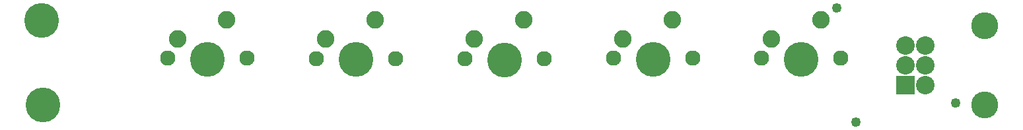
<source format=gts>
G04 MADE WITH FRITZING*
G04 WWW.FRITZING.ORG*
G04 DOUBLE SIDED*
G04 HOLES PLATED*
G04 CONTOUR ON CENTER OF CONTOUR VECTOR*
%ASAXBY*%
%FSLAX23Y23*%
%MOIN*%
%OFA0B0*%
%SFA1.0B1.0*%
%ADD10C,0.049370*%
%ADD11C,0.093307*%
%ADD12C,0.088639*%
%ADD13C,0.175354*%
%ADD14C,0.135984*%
%ADD15C,0.077000*%
%ADD16R,0.093307X0.093307*%
%LNMASK1*%
G90*
G70*
G54D10*
X4188Y655D03*
X4788Y175D03*
X4284Y79D03*
G54D11*
X4635Y265D03*
X4635Y365D03*
X4635Y465D03*
X4535Y265D03*
X4535Y365D03*
X4535Y465D03*
X4635Y265D03*
X4635Y365D03*
X4635Y465D03*
X4535Y265D03*
X4535Y365D03*
X4535Y465D03*
G54D12*
X3858Y497D03*
X4107Y596D03*
X3106Y497D03*
X3356Y596D03*
G54D13*
X4007Y395D03*
X174Y591D03*
X180Y165D03*
G54D14*
X4935Y165D03*
X4935Y565D03*
G54D12*
X859Y497D03*
X1108Y596D03*
X1608Y497D03*
X1858Y596D03*
X2357Y497D03*
X2606Y596D03*
G54D15*
X810Y401D03*
X1209Y401D03*
X1559Y400D03*
X1959Y400D03*
X2710Y399D03*
X2310Y399D03*
X3460Y401D03*
X3061Y401D03*
X4207Y401D03*
X3808Y401D03*
G54D13*
X3260Y395D03*
X1009Y395D03*
X1759Y394D03*
X2510Y393D03*
G54D16*
X4535Y265D03*
X4535Y265D03*
G04 End of Mask1*
M02*
</source>
